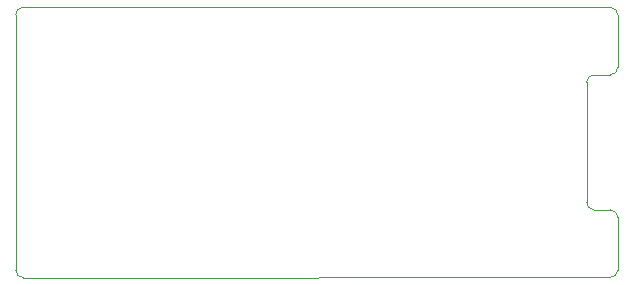
<source format=gm1>
G04 #@! TF.GenerationSoftware,KiCad,Pcbnew,(6.0.0-0)*
G04 #@! TF.CreationDate,2023-05-16T16:06:40-07:00*
G04 #@! TF.ProjectId,ItsyBitsy breadboard,49747379-4269-4747-9379-206272656164,0.0.0*
G04 #@! TF.SameCoordinates,Original*
G04 #@! TF.FileFunction,Profile,NP*
%FSLAX46Y46*%
G04 Gerber Fmt 4.6, Leading zero omitted, Abs format (unit mm)*
G04 Created by KiCad (PCBNEW (6.0.0-0)) date 2023-05-16 16:06:40*
%MOMM*%
%LPD*%
G01*
G04 APERTURE LIST*
G04 #@! TA.AperFunction,Profile*
%ADD10C,0.100000*%
G04 #@! TD*
G04 APERTURE END LIST*
D10*
X109800000Y-96500000D02*
X159512000Y-96520000D01*
X109800000Y-96500000D02*
G75*
G03*
X109165000Y-97135000I-1J-634999D01*
G01*
X109165000Y-118765000D02*
G75*
G03*
X109800000Y-119400000I634999J-1D01*
G01*
X109165000Y-118765000D02*
X109165000Y-97135000D01*
X109800000Y-119400000D02*
X159512000Y-119380000D01*
X160147000Y-101600000D02*
X160147000Y-97155000D01*
X160147000Y-114300000D02*
G75*
G03*
X159512000Y-113665000I-634999J1D01*
G01*
X160147000Y-97155000D02*
G75*
G03*
X159512000Y-96520000I-634999J1D01*
G01*
X159512000Y-113665000D02*
X158135000Y-113665000D01*
X158135000Y-102235000D02*
G75*
G03*
X157500000Y-102870000I-1J-634999D01*
G01*
X159512000Y-102235000D02*
X158135000Y-102235000D01*
X157500000Y-102870000D02*
X157500000Y-113030000D01*
X159512000Y-119380000D02*
G75*
G03*
X160147000Y-118745000I1J634999D01*
G01*
X157500000Y-113030000D02*
G75*
G03*
X158135000Y-113665000I634999J-1D01*
G01*
X159512000Y-102235000D02*
G75*
G03*
X160147000Y-101600000I1J634999D01*
G01*
X160147000Y-118745000D02*
X160147000Y-114300000D01*
M02*

</source>
